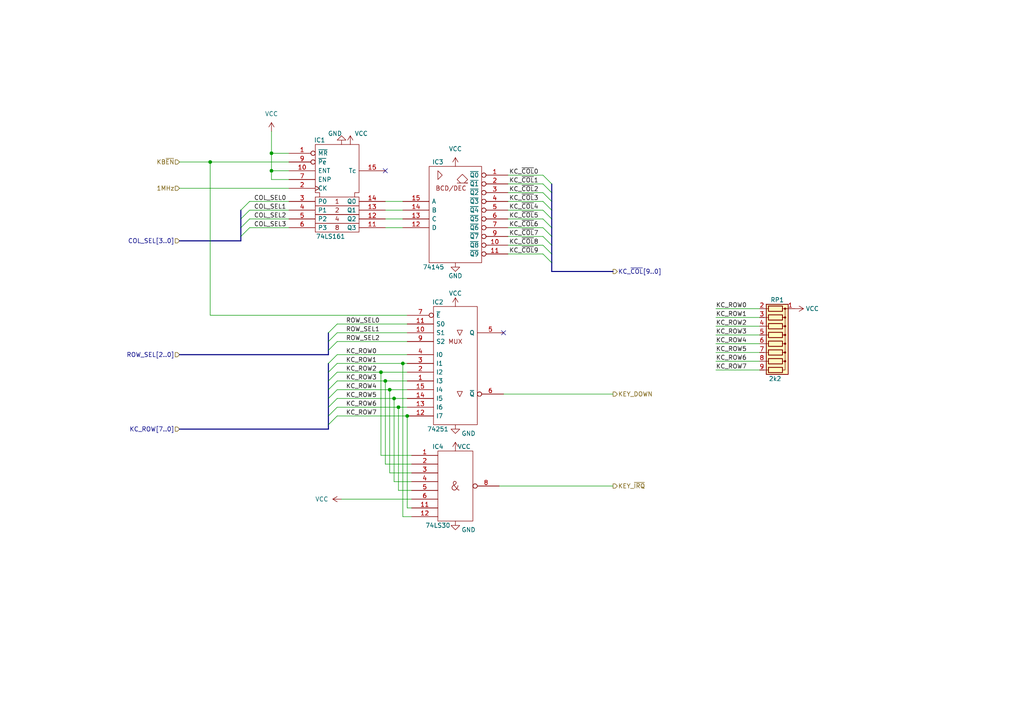
<source format=kicad_sch>
(kicad_sch (version 20211123) (generator eeschema)
  (paper "A4")
  (lib_symbols
    (symbol "74xx_IEEE:74145" (pin_names (offset 0.762))
      (property "Reference" "U" (at 6.35 15.24 0))
      (property "Value" "74145" (at 7.62 -15.24 0))
      (symbol "74145_0_0"
        (polyline (pts (xy 3.556 9.144) (xy 3.048 9.144) (xy 3.048 9.144)))
        (polyline (pts (xy -5.08 12.7) (xy -5.08 10.16) (xy -3.81 11.43) (xy -5.08 12.7) (xy -5.08 12.7)))
        (polyline (pts (xy 2.54 9.144) (xy 3.556 10.16) (xy 2.032 11.684) (xy 0.508 10.16) (xy 1.524 9.144) (xy 0.508 9.144) (xy 3.556 9.144)))
        (text "BCD/DEC" (at -1.27 7.62 0) (effects (font (size 1.27 1.27))))
        (pin power_in line (at 0 13.97 270) (length 0) hide (name "VCC") (number "16"))
        (pin power_in line (at 0 -13.97 90) (length 0) hide (name "GND") (number "8"))
      )
      (symbol "74145_0_1"
        (rectangle (start -7.62 13.97) (end 7.62 -13.97))
      )
      (symbol "74145_1_1"
        (pin open_collector inverted (at 15.24 11.43 180) (length 7.62) (name "~{Q0}") (number "1"))
        (pin open_collector inverted (at 15.24 -8.89 180) (length 7.62) (name "~{Q8}") (number "10"))
        (pin open_collector inverted (at 15.24 -11.43 180) (length 7.62) (name "~{Q9}") (number "11"))
        (pin input line (at -15.24 -3.81 0) (length 7.62) (name "D") (number "12"))
        (pin input line (at -15.24 -1.27 0) (length 7.62) (name "C") (number "13"))
        (pin input line (at -15.24 1.27 0) (length 7.62) (name "B") (number "14"))
        (pin input line (at -15.24 3.81 0) (length 7.62) (name "A") (number "15"))
        (pin open_collector inverted (at 15.24 8.89 180) (length 7.62) (name "~{Q1}") (number "2"))
        (pin open_collector inverted (at 15.24 6.35 180) (length 7.62) (name "~{Q2}") (number "3"))
        (pin open_collector inverted (at 15.24 3.81 180) (length 7.62) (name "~{Q3}") (number "4"))
        (pin open_collector inverted (at 15.24 1.27 180) (length 7.62) (name "~{Q4}") (number "5"))
        (pin open_collector inverted (at 15.24 -1.27 180) (length 7.62) (name "~{Q5}") (number "6"))
        (pin open_collector inverted (at 15.24 -3.81 180) (length 7.62) (name "~{Q6}") (number "7"))
        (pin open_collector inverted (at 15.24 -6.35 180) (length 7.62) (name "~{Q7}") (number "9"))
      )
    )
    (symbol "74xx_IEEE:74251" (pin_names (offset 0.762))
      (property "Reference" "U" (at 7.62 15.24 0))
      (property "Value" "74251" (at 8.89 -20.32 0))
      (symbol "74251_0_0"
        (rectangle (start -6.35 16.51) (end 6.35 -17.78))
        (polyline (pts (xy 2.032 -8.128) (xy 0.508 -8.128) (xy 1.27 -9.652) (xy 2.032 -8.128) (xy 2.032 -8.128)))
        (polyline (pts (xy 2.032 9.652) (xy 0.508 9.652) (xy 1.27 8.128) (xy 2.032 9.652) (xy 2.032 9.652)))
        (text "MUX" (at 0 6.35 0) (effects (font (size 1.27 1.27))))
        (pin power_in line (at 0 16.51 270) (length 0) hide (name "VCC") (number "16"))
        (pin power_in line (at 0 -17.78 90) (length 0) hide (name "GND") (number "8"))
      )
      (symbol "74251_1_1"
        (pin input line (at -13.97 -5.08 0) (length 7.62) (name "I3") (number "1"))
        (pin input line (at -13.97 8.89 0) (length 7.62) (name "S1") (number "10"))
        (pin input line (at -13.97 11.43 0) (length 7.62) (name "S0") (number "11"))
        (pin input line (at -13.97 -15.24 0) (length 7.62) (name "I7") (number "12"))
        (pin input line (at -13.97 -12.7 0) (length 7.62) (name "I6") (number "13"))
        (pin input line (at -13.97 -10.16 0) (length 7.62) (name "I5") (number "14"))
        (pin input line (at -13.97 -7.62 0) (length 7.62) (name "I4") (number "15"))
        (pin input line (at -13.97 -2.54 0) (length 7.62) (name "I2") (number "2"))
        (pin input line (at -13.97 0 0) (length 7.62) (name "I1") (number "3"))
        (pin input line (at -13.97 2.54 0) (length 7.62) (name "I0") (number "4"))
        (pin tri_state line (at 13.97 8.89 180) (length 7.62) (name "Q") (number "5"))
        (pin tri_state inverted (at 13.97 -8.89 180) (length 7.62) (name "~{Q}") (number "6"))
        (pin input inverted (at -13.97 13.97 0) (length 7.62) (name "~{E}") (number "7"))
        (pin input line (at -13.97 6.35 0) (length 7.62) (name "S2") (number "9"))
      )
    )
    (symbol "74xx_IEEE:7430" (pin_names (offset 0.762))
      (property "Reference" "U" (at 3.81 11.43 0))
      (property "Value" "7430" (at 5.08 -11.43 0))
      (symbol "7430_0_0"
        (text "&" (at 0 0 0) (effects (font (size 2.54 2.54))))
      )
      (symbol "7430_0_1"
        (rectangle (start -5.08 10.16) (end 5.08 -10.16))
        (pin power_in line (at 0 10.16 270) (length 0) hide (name "Vcc") (number "14"))
        (pin power_in line (at 0 -10.16 90) (length 0) hide (name "Gnd") (number "7"))
      )
      (symbol "7430_1_1"
        (pin input line (at -12.7 8.89 0) (length 7.62) (name "~") (number "1"))
        (pin input line (at -12.7 -6.35 0) (length 7.62) (name "~") (number "11"))
        (pin input line (at -12.7 -8.89 0) (length 7.62) (name "~") (number "12"))
        (pin input line (at -12.7 6.35 0) (length 7.62) (name "~") (number "2"))
        (pin input line (at -12.7 3.81 0) (length 7.62) (name "~") (number "3"))
        (pin input line (at -12.7 1.27 0) (length 7.62) (name "~") (number "4"))
        (pin input line (at -12.7 -1.27 0) (length 7.62) (name "~") (number "5"))
        (pin input line (at -12.7 -3.81 0) (length 7.62) (name "~") (number "6"))
        (pin output inverted (at 12.7 0 180) (length 7.62) (name "~") (number "8"))
      )
    )
    (symbol "74xx_IEEE:74LS161" (pin_names (offset 0.762))
      (property "Reference" "U" (at 7.62 15.24 0))
      (property "Value" "74LS161" (at 7.62 -13.97 0))
      (symbol "74LS161_0_0"
        (rectangle (start -6.35 -8.89) (end 6.35 -11.43))
        (rectangle (start -6.35 -6.35) (end 6.35 -8.89))
        (rectangle (start -6.35 -3.81) (end 6.35 -6.35))
        (rectangle (start -6.35 -1.27) (end 6.35 -3.81))
        (polyline (pts (xy -5.08 -1.27) (xy -5.08 0) (xy -6.35 0) (xy -6.35 13.97) (xy 6.35 13.97) (xy 6.35 0) (xy 5.08 0) (xy 5.08 -1.27) (xy 5.08 -1.27)))
        (text "1" (at 0 -2.54 0) (effects (font (size 1.27 1.27))))
        (text "2" (at 0 -5.08 0) (effects (font (size 1.27 1.27))))
        (text "4" (at 0 -7.62 0) (effects (font (size 1.27 1.27))))
        (text "8" (at 0 -10.16 0) (effects (font (size 1.27 1.27))))
        (pin power_in line (at 3.81 13.97 270) (length 0) hide (name "VCC") (number "16"))
        (pin power_in line (at 1.27 13.97 270) (length 0) hide (name "GND") (number "8"))
      )
      (symbol "74LS161_1_1"
        (pin input inverted (at -13.97 11.43 0) (length 7.62) (name "~{MR}") (number "1"))
        (pin input line (at -13.97 6.35 0) (length 7.62) (name "ENT") (number "10"))
        (pin output line (at 13.97 -10.16 180) (length 7.62) (name "Q3") (number "11"))
        (pin output line (at 13.97 -7.62 180) (length 7.62) (name "Q2") (number "12"))
        (pin output line (at 13.97 -5.08 180) (length 7.62) (name "Q1") (number "13"))
        (pin output line (at 13.97 -2.54 180) (length 7.62) (name "Q0") (number "14"))
        (pin output line (at 13.97 6.35 180) (length 7.62) (name "Tc") (number "15"))
        (pin input clock (at -13.97 1.27 0) (length 7.62) (name "CK") (number "2"))
        (pin input line (at -13.97 -2.54 0) (length 7.62) (name "P0") (number "3"))
        (pin input line (at -13.97 -5.08 0) (length 7.62) (name "P1") (number "4"))
        (pin input line (at -13.97 -7.62 0) (length 7.62) (name "P2") (number "5"))
        (pin input line (at -13.97 -10.16 0) (length 7.62) (name "P3") (number "6"))
        (pin input line (at -13.97 3.81 0) (length 7.62) (name "ENP") (number "7"))
        (pin input inverted (at -13.97 8.89 0) (length 7.62) (name "~{Pe}") (number "9"))
      )
    )
    (symbol "Device:R_Network08" (pin_names (offset 0) hide)
      (property "Reference" "RN" (at -12.7 0 90))
      (property "Value" "R_Network08" (at 10.16 0 90))
      (symbol "R_Network08_0_1"
        (rectangle (start -11.43 -3.175) (end 8.89 3.175) (stroke (width 0.254)) (fill (type background)))
        (rectangle (start -10.922 1.524) (end -9.398 -2.54) (stroke (width 0.254)))
        (circle (center -10.16 2.286) (radius 0.254) (fill (type outline)))
        (rectangle (start -8.382 1.524) (end -6.858 -2.54) (stroke (width 0.254)))
        (circle (center -7.62 2.286) (radius 0.254) (fill (type outline)))
        (rectangle (start -5.842 1.524) (end -4.318 -2.54) (stroke (width 0.254)))
        (circle (center -5.08 2.286) (radius 0.254) (fill (type outline)))
        (rectangle (start -3.302 1.524) (end -1.778 -2.54) (stroke (width 0.254)))
        (circle (center -2.54 2.286) (radius 0.254) (fill (type outline)))
        (rectangle (start -0.762 1.524) (end 0.762 -2.54) (stroke (width 0.254)))
        (polyline (pts (xy -10.16 -2.54) (xy -10.16 -3.81)))
        (polyline (pts (xy -7.62 -2.54) (xy -7.62 -3.81)))
        (polyline (pts (xy -5.08 -2.54) (xy -5.08 -3.81)))
        (polyline (pts (xy -2.54 -2.54) (xy -2.54 -3.81)))
        (polyline (pts (xy 0 -2.54) (xy 0 -3.81)))
        (polyline (pts (xy 2.54 -2.54) (xy 2.54 -3.81)))
        (polyline (pts (xy 5.08 -2.54) (xy 5.08 -3.81)))
        (polyline (pts (xy 7.62 -2.54) (xy 7.62 -3.81)))
        (polyline (pts (xy -10.16 1.524) (xy -10.16 2.286) (xy -7.62 2.286) (xy -7.62 1.524)))
        (polyline (pts (xy -7.62 1.524) (xy -7.62 2.286) (xy -5.08 2.286) (xy -5.08 1.524)))
        (polyline (pts (xy -5.08 1.524) (xy -5.08 2.286) (xy -2.54 2.286) (xy -2.54 1.524)))
        (polyline (pts (xy -2.54 1.524) (xy -2.54 2.286) (xy 0 2.286) (xy 0 1.524)))
        (polyline (pts (xy 0 1.524) (xy 0 2.286) (xy 2.54 2.286) (xy 2.54 1.524)))
        (polyline (pts (xy 2.54 1.524) (xy 2.54 2.286) (xy 5.08 2.286) (xy 5.08 1.524)))
        (polyline (pts (xy 5.08 1.524) (xy 5.08 2.286) (xy 7.62 2.286) (xy 7.62 1.524)))
        (circle (center 0 2.286) (radius 0.254) (fill (type outline)))
        (rectangle (start 1.778 1.524) (end 3.302 -2.54) (stroke (width 0.254)))
        (circle (center 2.54 2.286) (radius 0.254) (fill (type outline)))
        (rectangle (start 4.318 1.524) (end 5.842 -2.54) (stroke (width 0.254)))
        (circle (center 5.08 2.286) (radius 0.254) (fill (type outline)))
        (rectangle (start 6.858 1.524) (end 8.382 -2.54) (stroke (width 0.254)))
      )
      (symbol "R_Network08_1_1"
        (pin passive line (at -10.16 5.08 270) (length 2.54) (name "common") (number "1"))
        (pin passive line (at -10.16 -5.08 90) (length 1.27) (name "R1") (number "2"))
        (pin passive line (at -7.62 -5.08 90) (length 1.27) (name "R2") (number "3"))
        (pin passive line (at -5.08 -5.08 90) (length 1.27) (name "R3") (number "4"))
        (pin passive line (at -2.54 -5.08 90) (length 1.27) (name "R4") (number "5"))
        (pin passive line (at 0 -5.08 90) (length 1.27) (name "R5") (number "6"))
        (pin passive line (at 2.54 -5.08 90) (length 1.27) (name "R6") (number "7"))
        (pin passive line (at 5.08 -5.08 90) (length 1.27) (name "R7") (number "8"))
        (pin passive line (at 7.62 -5.08 90) (length 1.27) (name "R8") (number "9"))
      )
    )
    (symbol "power:GND" (power) (pin_names (offset 0))
      (property "Value" "GND" (at 0 -3.81 0))
      (symbol "GND_0_1"
        (polyline (pts (xy 0 0) (xy 0 -1.27) (xy 1.27 -1.27) (xy 0 -2.54) (xy -1.27 -1.27) (xy 0 -1.27)))
      )
      (symbol "GND_1_1"
        (pin power_in line (at 0 0 270) (length 0) hide (name "GND") (number "1"))
      )
    )
    (symbol "power:VCC" (power) (pin_names (offset 0))
      (property "Value" "VCC" (at 0 3.81 0))
      (symbol "VCC_0_1"
        (polyline (pts (xy -0.762 1.27) (xy 0 2.54)))
        (polyline (pts (xy 0 0) (xy 0 2.54)))
        (polyline (pts (xy 0 2.54) (xy 0.762 1.27)))
      )
      (symbol "VCC_1_1"
        (pin power_in line (at 0 0 90) (length 0) hide (name "VCC") (number "1"))
      )
    )
  )
  (junction (at 111.76 110.49))
  (junction (at 110.49 107.95))
  (junction (at 60.96 46.99))
  (junction (at 115.57 118.11))
  (junction (at 78.74 49.53))
  (junction (at 116.84 105.41))
  (junction (at 78.74 44.45))
  (junction (at 118.11 120.65))
  (junction (at 113.03 113.03))
  (junction (at 114.3 115.57))
  (no_connect (at 111.76 49.53))
  (no_connect (at 146.05 96.52))
  (bus_entry (at 95.25 99.06) (size 2.54 -2.54))
  (bus_entry (at 69.85 60.96) (size 2.54 -2.54))
  (bus_entry (at 95.25 118.11) (size 2.54 -2.54))
  (bus_entry (at 69.85 66.04) (size 2.54 -2.54))
  (bus_entry (at 95.25 123.19) (size 2.54 -2.54))
  (bus_entry (at 95.25 120.65) (size 2.54 -2.54))
  (bus_entry (at 95.25 101.6) (size 2.54 -2.54))
  (bus_entry (at 95.25 107.95) (size 2.54 -2.54))
  (bus_entry (at 69.85 63.5) (size 2.54 -2.54))
  (bus_entry (at 69.85 68.58) (size 2.54 -2.54))
  (bus_entry (at 95.25 115.57) (size 2.54 -2.54))
  (bus_entry (at 95.25 113.03) (size 2.54 -2.54))
  (bus_entry (at 95.25 110.49) (size 2.54 -2.54))
  (bus_entry (at 157.48 55.88) (size 2.54 2.54))
  (bus_entry (at 157.48 60.96) (size 2.54 2.54))
  (bus_entry (at 157.48 58.42) (size 2.54 2.54))
  (bus_entry (at 157.48 66.04) (size 2.54 2.54))
  (bus_entry (at 157.48 63.5) (size 2.54 2.54))
  (bus_entry (at 157.48 50.8) (size 2.54 2.54))
  (bus_entry (at 157.48 53.34) (size 2.54 2.54))
  (bus_entry (at 157.48 71.12) (size 2.54 2.54))
  (bus_entry (at 157.48 73.66) (size 2.54 2.54))
  (bus_entry (at 157.48 68.58) (size 2.54 2.54))
  (bus_entry (at 95.25 96.52) (size 2.54 -2.54))
  (bus_entry (at 95.25 105.41) (size 2.54 -2.54))
  (wire (pts (xy 207.645 89.535) (xy 220.345 89.535)))
  (bus (pts (xy 52.07 69.85) (xy 69.85 69.85)))
  (wire (pts (xy 52.07 46.99) (xy 60.96 46.99)))
  (wire (pts (xy 72.39 60.96) (xy 83.82 60.96)))
  (bus (pts (xy 160.02 78.74) (xy 177.8 78.74)))
  (wire (pts (xy 118.11 147.32) (xy 118.11 120.65)))
  (wire (pts (xy 207.645 107.315) (xy 220.345 107.315)))
  (wire (pts (xy 97.79 99.06) (xy 118.11 99.06)))
  (wire (pts (xy 97.79 113.03) (xy 113.03 113.03)))
  (wire (pts (xy 111.76 63.5) (xy 116.84 63.5)))
  (wire (pts (xy 52.07 54.61) (xy 83.82 54.61)))
  (bus (pts (xy 160.02 55.88) (xy 160.02 58.42)))
  (bus (pts (xy 160.02 53.34) (xy 160.02 55.88)))
  (wire (pts (xy 207.645 97.155) (xy 220.345 97.155)))
  (wire (pts (xy 83.82 49.53) (xy 78.74 49.53)))
  (bus (pts (xy 52.07 102.87) (xy 95.25 102.87)))
  (wire (pts (xy 207.645 102.235) (xy 220.345 102.235)))
  (bus (pts (xy 160.02 58.42) (xy 160.02 60.96)))
  (wire (pts (xy 97.79 93.98) (xy 118.11 93.98)))
  (wire (pts (xy 83.82 52.07) (xy 78.74 52.07)))
  (wire (pts (xy 147.32 63.5) (xy 157.48 63.5)))
  (wire (pts (xy 119.38 132.08) (xy 110.49 132.08)))
  (wire (pts (xy 115.57 118.11) (xy 118.11 118.11)))
  (bus (pts (xy 95.25 123.19) (xy 95.25 124.46)))
  (wire (pts (xy 72.39 63.5) (xy 83.82 63.5)))
  (wire (pts (xy 207.645 92.075) (xy 220.345 92.075)))
  (wire (pts (xy 111.76 66.04) (xy 116.84 66.04)))
  (wire (pts (xy 147.32 73.66) (xy 157.48 73.66)))
  (wire (pts (xy 97.79 102.87) (xy 118.11 102.87)))
  (wire (pts (xy 60.96 91.44) (xy 60.96 46.99)))
  (wire (pts (xy 116.84 149.86) (xy 116.84 105.41)))
  (bus (pts (xy 69.85 63.5) (xy 69.85 66.04)))
  (bus (pts (xy 160.02 66.04) (xy 160.02 68.58)))
  (wire (pts (xy 99.06 144.78) (xy 119.38 144.78)))
  (bus (pts (xy 160.02 68.58) (xy 160.02 71.12)))
  (bus (pts (xy 160.02 60.96) (xy 160.02 63.5)))
  (bus (pts (xy 95.25 115.57) (xy 95.25 118.11)))
  (bus (pts (xy 160.02 76.2) (xy 160.02 78.74)))
  (wire (pts (xy 207.645 94.615) (xy 220.345 94.615)))
  (wire (pts (xy 147.32 68.58) (xy 157.48 68.58)))
  (bus (pts (xy 160.02 73.66) (xy 160.02 76.2)))
  (wire (pts (xy 119.38 147.32) (xy 118.11 147.32)))
  (wire (pts (xy 110.49 107.95) (xy 118.11 107.95)))
  (wire (pts (xy 207.645 104.775) (xy 220.345 104.775)))
  (bus (pts (xy 95.25 96.52) (xy 95.25 99.06)))
  (wire (pts (xy 78.74 52.07) (xy 78.74 49.53)))
  (wire (pts (xy 147.32 58.42) (xy 157.48 58.42)))
  (wire (pts (xy 147.32 60.96) (xy 157.48 60.96)))
  (wire (pts (xy 114.3 115.57) (xy 118.11 115.57)))
  (bus (pts (xy 95.25 99.06) (xy 95.25 101.6)))
  (wire (pts (xy 97.79 118.11) (xy 115.57 118.11)))
  (wire (pts (xy 119.38 137.16) (xy 113.03 137.16)))
  (wire (pts (xy 78.74 49.53) (xy 78.74 44.45)))
  (wire (pts (xy 97.79 107.95) (xy 110.49 107.95)))
  (wire (pts (xy 83.82 44.45) (xy 78.74 44.45)))
  (wire (pts (xy 119.38 139.7) (xy 114.3 139.7)))
  (wire (pts (xy 97.79 110.49) (xy 111.76 110.49)))
  (bus (pts (xy 95.25 120.65) (xy 95.25 123.19)))
  (wire (pts (xy 113.03 137.16) (xy 113.03 113.03)))
  (wire (pts (xy 147.32 55.88) (xy 157.48 55.88)))
  (wire (pts (xy 97.79 115.57) (xy 114.3 115.57)))
  (bus (pts (xy 95.25 107.95) (xy 95.25 110.49)))
  (bus (pts (xy 95.25 101.6) (xy 95.25 102.87)))
  (wire (pts (xy 147.32 71.12) (xy 157.48 71.12)))
  (bus (pts (xy 69.85 60.96) (xy 69.85 63.5)))
  (wire (pts (xy 116.84 105.41) (xy 118.11 105.41)))
  (bus (pts (xy 160.02 63.5) (xy 160.02 66.04)))
  (wire (pts (xy 119.38 149.86) (xy 116.84 149.86)))
  (bus (pts (xy 95.25 110.49) (xy 95.25 113.03)))
  (bus (pts (xy 69.85 68.58) (xy 69.85 69.85)))
  (wire (pts (xy 97.79 105.41) (xy 116.84 105.41)))
  (wire (pts (xy 72.39 58.42) (xy 83.82 58.42)))
  (wire (pts (xy 147.32 53.34) (xy 157.48 53.34)))
  (wire (pts (xy 144.78 140.97) (xy 177.8 140.97)))
  (wire (pts (xy 97.79 96.52) (xy 118.11 96.52)))
  (wire (pts (xy 110.49 132.08) (xy 110.49 107.95)))
  (wire (pts (xy 119.38 142.24) (xy 115.57 142.24)))
  (wire (pts (xy 111.76 58.42) (xy 116.84 58.42)))
  (bus (pts (xy 160.02 71.12) (xy 160.02 73.66)))
  (bus (pts (xy 52.07 124.46) (xy 95.25 124.46)))
  (wire (pts (xy 146.05 114.3) (xy 177.8 114.3)))
  (bus (pts (xy 95.25 105.41) (xy 95.25 107.95)))
  (bus (pts (xy 95.25 113.03) (xy 95.25 115.57)))
  (wire (pts (xy 60.96 46.99) (xy 83.82 46.99)))
  (wire (pts (xy 115.57 142.24) (xy 115.57 118.11)))
  (wire (pts (xy 111.76 60.96) (xy 116.84 60.96)))
  (wire (pts (xy 113.03 113.03) (xy 118.11 113.03)))
  (wire (pts (xy 72.39 66.04) (xy 83.82 66.04)))
  (wire (pts (xy 147.32 66.04) (xy 157.48 66.04)))
  (wire (pts (xy 111.76 134.62) (xy 111.76 110.49)))
  (bus (pts (xy 95.25 118.11) (xy 95.25 120.65)))
  (wire (pts (xy 118.11 91.44) (xy 60.96 91.44)))
  (wire (pts (xy 114.3 139.7) (xy 114.3 115.57)))
  (wire (pts (xy 119.38 134.62) (xy 111.76 134.62)))
  (wire (pts (xy 111.76 110.49) (xy 118.11 110.49)))
  (wire (pts (xy 207.645 99.695) (xy 220.345 99.695)))
  (wire (pts (xy 97.79 120.65) (xy 118.11 120.65)))
  (wire (pts (xy 78.74 44.45) (xy 78.74 38.1)))
  (wire (pts (xy 147.32 50.8) (xy 157.48 50.8)))
  (bus (pts (xy 69.85 66.04) (xy 69.85 68.58)))
  (label "KC_~{COL}7" (at 156.21 68.58 180))
  (label "KC_ROW6" (at 207.645 104.775 0))
  (label "KC_~{COL}8" (at 156.21 71.12 180))
  (label "KC_~{COL}3" (at 156.21 58.42 180))
  (label "COL_SEL1" (at 73.66 60.96 0))
  (label "ROW_SEL2" (at 100.33 99.06 0))
  (label "KC_~{COL}5" (at 156.21 63.5 180))
  (label "COL_SEL0" (at 73.66 58.42 0))
  (label "KC_ROW7" (at 100.33 120.65 0))
  (label "KC_ROW3" (at 207.645 97.155 0))
  (label "KC_~{COL}1" (at 156.21 53.34 180))
  (label "KC_ROW0" (at 100.33 102.87 0))
  (label "KC_ROW0" (at 207.645 89.535 0))
  (label "KC_ROW2" (at 100.33 107.95 0))
  (label "KC_ROW5" (at 100.33 115.57 0))
  (label "KC_ROW4" (at 100.33 113.03 0))
  (label "KC_ROW1" (at 207.645 92.075 0))
  (label "KC_~{COL}4" (at 156.21 60.96 180))
  (label "KC_~{COL}6" (at 156.21 66.04 180))
  (label "KC_ROW3" (at 100.33 110.49 0))
  (label "KC_~{COL}2" (at 156.21 55.88 180))
  (label "KC_ROW7" (at 207.645 107.315 0))
  (label "COL_SEL2" (at 73.66 63.5 0))
  (label "KC_~{COL}9" (at 156.21 73.66 180))
  (label "KC_ROW4" (at 207.645 99.695 0))
  (label "KC_ROW6" (at 100.33 118.11 0))
  (label "KC_ROW1" (at 100.33 105.41 0))
  (label "KC_ROW2" (at 207.645 94.615 0))
  (label "COL_SEL3" (at 73.66 66.04 0))
  (label "KC_~{COL}0" (at 156.21 50.8 180))
  (label "ROW_SEL0" (at 100.33 93.98 0))
  (label "KC_ROW5" (at 207.645 102.235 0))
  (label "ROW_SEL1" (at 100.33 96.52 0))
  (hierarchical_label "KB~{EN}" (shape input) (at 52.07 46.99 180))
  (hierarchical_label "KC_~{COL}[9..0]" (shape output) (at 177.8 78.74 0))
  (hierarchical_label "KC_ROW[7..0]" (shape input) (at 52.07 124.46 180))
  (hierarchical_label "ROW_SEL[2..0]" (shape input) (at 52.07 102.87 180))
  (hierarchical_label "KEY_DOWN" (shape output) (at 177.8 114.3 0))
  (hierarchical_label "KEY_~{IRQ}" (shape output) (at 177.8 140.97 0))
  (hierarchical_label "1MHz" (shape input) (at 52.07 54.61 180))
  (hierarchical_label "COL_SEL[3..0]" (shape input) (at 52.07 69.85 180))
  (symbol (lib_id "power:GND") (at 99.06 41.91 180) (unit 1)
    (property "Reference" "#PWR0103" (effects hide))
    (property "Value" "GND" (at 97.155 38.735 0))
  )
  (symbol (lib_id "power:VCC") (at 230.505 89.535 270) (unit 1)
    (property "Reference" "#PWR0109" (effects hide))
    (property "Value" "VCC" (at 233.68 89.5349 90) (effects (justify left)))
  )
  (symbol (lib_id "power:GND") (at 132.08 76.2 0) (unit 1)
    (property "Reference" "#PWR0105" (effects hide))
    (property "Value" "GND" (at 132.08 80.01 0))
  )
  (symbol (lib_id "power:VCC") (at 78.74 38.1 0) (unit 1)
    (property "Reference" "#PWR03" (effects hide))
    (property "Value" "VCC" (at 78.74 33.02 0))
  )
  (symbol (lib_id "power:GND") (at 132.08 123.19 0) (unit 1)
    (property "Reference" "#PWR0108" (effects hide))
    (property "Value" "GND" (at 135.89 125.73 0))
  )
  (symbol (lib_id "power:VCC") (at 101.6 41.91 0) (unit 1)
    (property "Reference" "#PWR0102" (effects hide))
    (property "Value" "VCC" (at 104.775 38.735 0))
  )
  (symbol (lib_id "power:VCC") (at 132.08 130.81 0) (unit 1)
    (property "Reference" "#PWR0106" (effects hide))
    (property "Value" "VCC" (at 134.62 129.54 0))
  )
  (symbol (lib_id "power:GND") (at 132.08 151.13 0) (unit 1)
    (property "Reference" "#PWR0107" (effects hide))
    (property "Value" "GND" (at 135.89 153.67 0))
  )
  (symbol (lib_id "Device:R_Network08") (at 225.425 99.695 270) (unit 1)
    (property "Reference" "RP1" (at 225.425 86.995 90))
    (property "Value" "2k2" (at 224.79 109.855 90))
    (property "Footprint" "Resistor_THT:R_Array_SIP9" (effects hide))
    (property "Datasheet" "http://www.vishay.com/docs/31509/csc.pdf" (effects hide))
  )
  (symbol (lib_id "power:VCC") (at 132.08 88.9 0) (unit 1)
    (property "Reference" "#PWR0104" (effects hide))
    (property "Value" "VCC" (at 132.08 85.09 0))
  )
  (symbol (lib_id "power:VCC") (at 132.08 48.26 0) (unit 1)
    (property "Reference" "#PWR0101" (effects hide))
    (property "Value" "VCC" (at 132.08 43.18 0))
  )
  (symbol (lib_id "power:VCC") (at 99.06 144.78 90) (unit 1)
    (property "Reference" "#PWR04" (effects hide))
    (property "Value" "VCC" (at 95.25 144.7799 90) (effects (justify left)))
  )
  (symbol (lib_id "74xx_IEEE:74145") (at 132.08 62.23 0) (unit 1)
    (property "Reference" "IC3" (at 127 46.99 0))
    (property "Value" "74145" (at 125.73 77.47 0))
  )
  (symbol (lib_id "74xx_IEEE:74LS161") (at 97.79 55.88 0) (unit 1)
    (property "Reference" "IC1" (at 92.71 40.64 0))
    (property "Value" "74LS161" (at 95.885 68.58 0))
  )
  (symbol (lib_id "74xx_IEEE:74251") (at 132.08 105.41 0) (unit 1)
    (property "Reference" "IC2" (at 127 87.63 0))
    (property "Value" "74251" (at 127 124.46 0))
  )
  (symbol (lib_id "74xx_IEEE:7430") (at 132.08 140.97 0) (unit 1)
    (property "Reference" "IC4" (at 127 129.54 0))
    (property "Value" "74LS30" (at 127 152.4 0))
  )
)
</source>
